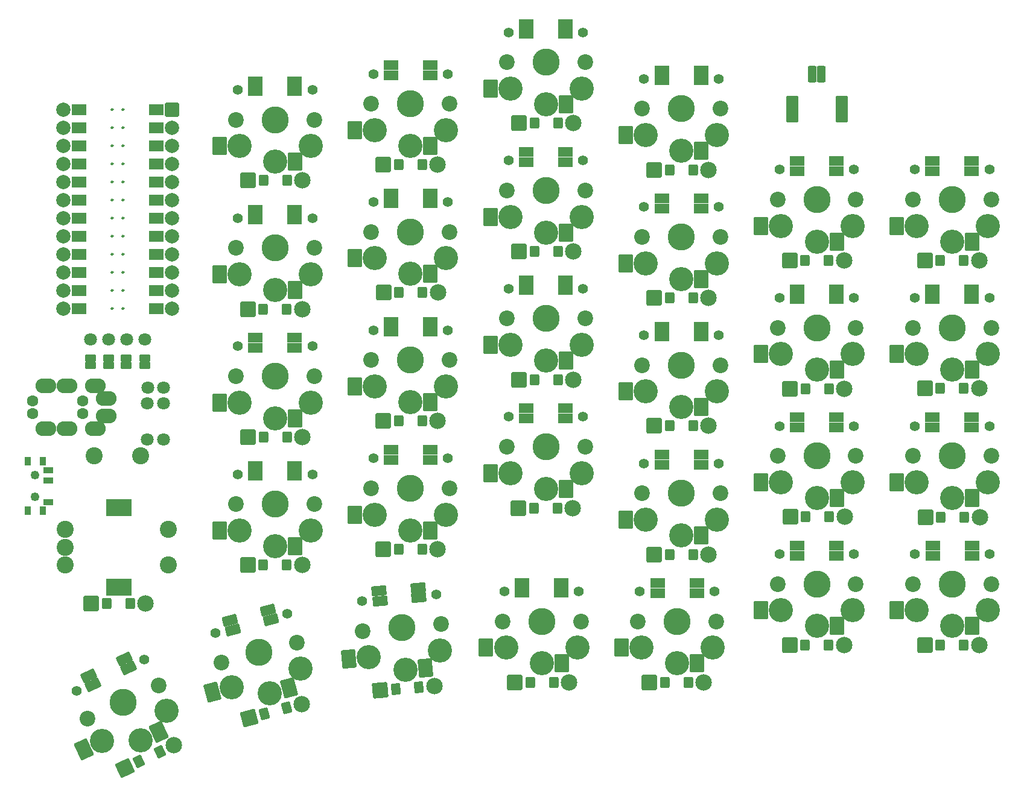
<source format=gbs>
G04 #@! TF.GenerationSoftware,KiCad,Pcbnew,6.0.2+dfsg-1*
G04 #@! TF.CreationDate,2022-08-27T13:38:11+01:00*
G04 #@! TF.ProjectId,Jocket_Split_LP,4a6f636b-6574-45f5-9370-6c69745f4c50,rev?*
G04 #@! TF.SameCoordinates,Original*
G04 #@! TF.FileFunction,Soldermask,Bot*
G04 #@! TF.FilePolarity,Negative*
%FSLAX46Y46*%
G04 Gerber Fmt 4.6, Leading zero omitted, Abs format (unit mm)*
G04 Created by KiCad (PCBNEW 6.0.2+dfsg-1) date 2022-08-27 13:38:11*
%MOMM*%
%LPD*%
G01*
G04 APERTURE LIST*
G04 Aperture macros list*
%AMRoundRect*
0 Rectangle with rounded corners*
0 $1 Rounding radius*
0 $2 $3 $4 $5 $6 $7 $8 $9 X,Y pos of 4 corners*
0 Add a 4 corners polygon primitive as box body*
4,1,4,$2,$3,$4,$5,$6,$7,$8,$9,$2,$3,0*
0 Add four circle primitives for the rounded corners*
1,1,$1+$1,$2,$3*
1,1,$1+$1,$4,$5*
1,1,$1+$1,$6,$7*
1,1,$1+$1,$8,$9*
0 Add four rect primitives between the rounded corners*
20,1,$1+$1,$2,$3,$4,$5,0*
20,1,$1+$1,$4,$5,$6,$7,0*
20,1,$1+$1,$6,$7,$8,$9,0*
20,1,$1+$1,$8,$9,$2,$3,0*%
%AMFreePoly0*
4,1,22,0.686777,0.580194,0.756366,0.524698,0.794986,0.444504,0.800000,0.400000,0.800000,0.200000,0.780194,0.113223,0.741421,0.058579,0.141421,-0.541421,0.066056,-0.588777,-0.022393,-0.598742,-0.106406,-0.569345,-0.141421,-0.541421,-0.741421,0.058579,-0.788777,0.133944,-0.800000,0.200000,-0.800000,0.400000,-0.780194,0.486777,-0.724698,0.556366,-0.644504,0.594986,-0.600000,0.600000,
0.600000,0.600000,0.686777,0.580194,0.686777,0.580194,$1*%
%AMFreePoly1*
4,1,26,0.706406,1.169345,0.769345,1.106406,0.798742,1.022393,0.800000,1.000000,0.800000,-0.250000,0.780194,-0.336777,0.724698,-0.406366,0.644504,-0.444986,0.600000,-0.450000,-0.600000,-0.450000,-0.686777,-0.430194,-0.756366,-0.374698,-0.794986,-0.294504,-0.800000,-0.250000,-0.800000,1.000000,-0.780194,1.086777,-0.724698,1.156366,-0.644504,1.194986,-0.555496,1.194986,-0.475302,1.156366,
-0.458579,1.141421,0.000000,0.682842,0.458579,1.141421,0.533944,1.188777,0.622393,1.198742,0.706406,1.169345,0.706406,1.169345,$1*%
G04 Aperture macros list end*
%ADD10C,0.250000*%
%ADD11C,0.100000*%
%ADD12FreePoly0,270.000000*%
%ADD13C,2.000000*%
%ADD14FreePoly0,90.000000*%
%ADD15RoundRect,0.200000X-0.800000X0.800000X-0.800000X-0.800000X0.800000X-0.800000X0.800000X0.800000X0*%
%ADD16FreePoly1,90.000000*%
%ADD17FreePoly1,270.000000*%
%ADD18C,2.400000*%
%ADD19RoundRect,0.200000X-0.450000X-0.600000X0.450000X-0.600000X0.450000X0.600000X-0.450000X0.600000X0*%
%ADD20RoundRect,0.200000X-0.889000X-0.889000X0.889000X-0.889000X0.889000X0.889000X-0.889000X0.889000X0*%
%ADD21C,2.305000*%
%ADD22RoundRect,0.200000X-0.154268X-0.733963X0.661409X-0.353606X0.154268X0.733963X-0.661409X0.353606X0*%
%ADD23RoundRect,0.200000X-0.430000X-1.181415X1.181415X-0.430000X0.430000X1.181415X-1.181415X0.430000X0*%
%ADD24RoundRect,0.200000X-0.279375X-0.696024X0.589958X-0.463087X0.279375X0.696024X-0.589958X0.463087X0*%
%ADD25RoundRect,0.200000X-0.628618X-1.088798X1.088798X-0.628618X0.628618X1.088798X-1.088798X0.628618X0*%
%ADD26RoundRect,0.200000X-0.395994X-0.636937X0.500581X-0.558497X0.395994X0.636937X-0.500581X0.558497X0*%
%ADD27RoundRect,0.200000X-0.808136X-0.963099X0.963099X-0.808136X0.808136X0.963099X-0.963099X0.808136X0*%
%ADD28C,1.400000*%
%ADD29C,3.400000*%
%ADD30C,2.200000*%
%ADD31C,3.800000*%
%ADD32RoundRect,0.200000X0.850000X0.500000X-0.850000X0.500000X-0.850000X-0.500000X0.850000X-0.500000X0*%
%ADD33RoundRect,0.200000X0.800000X1.100000X-0.800000X1.100000X-0.800000X-1.100000X0.800000X-1.100000X0*%
%ADD34RoundRect,0.200000X0.559052X0.812379X-0.981671X0.093928X-0.559052X-0.812379X0.981671X-0.093928X0*%
%ADD35RoundRect,0.200000X0.260166X1.335033X-1.189926X0.658844X-0.260166X-1.335033X1.189926X-0.658844X0*%
%ADD36RoundRect,0.200000X0.803188X0.572180X-0.890343X0.424015X-0.803188X-0.572180X0.890343X-0.424015X0*%
%ADD37RoundRect,0.200000X0.701084X1.165539X-0.892827X1.026090X-0.701084X-1.165539X0.892827X-1.026090X0*%
%ADD38RoundRect,0.200000X-1.600000X-1.000000X1.600000X-1.000000X1.600000X1.000000X-1.600000X1.000000X0*%
%ADD39RoundRect,0.200000X0.691627X0.702959X-0.950446X0.262967X-0.691627X-0.702959X0.950446X-0.262967X0*%
%ADD40RoundRect,0.200000X0.488040X1.269574X-1.057442X0.855463X-0.488040X-1.269574X1.057442X-0.855463X0*%
%ADD41C,1.797000*%
%ADD42C,1.600000*%
%ADD43O,2.900000X2.100000*%
%ADD44C,1.250000*%
%ADD45RoundRect,0.200000X-0.500000X0.250000X-0.500000X-0.250000X0.500000X-0.250000X0.500000X0.250000X0*%
%ADD46RoundRect,0.200000X0.250000X0.400000X-0.250000X0.400000X-0.250000X-0.400000X0.250000X-0.400000X0*%
%ADD47RoundRect,0.200000X-0.400000X-0.950000X0.400000X-0.950000X0.400000X0.950000X-0.400000X0.950000X0*%
%ADD48RoundRect,0.200000X-0.650000X-1.675000X0.650000X-1.675000X0.650000X1.675000X-0.650000X1.675000X0*%
%ADD49RoundRect,0.200000X-0.571500X0.317500X-0.571500X-0.317500X0.571500X-0.317500X0.571500X0.317500X0*%
G04 APERTURE END LIST*
D10*
X97763000Y-69440000D02*
G75*
G03*
X97763000Y-69440000I-125000J0D01*
G01*
X97763000Y-54200000D02*
G75*
G03*
X97763000Y-54200000I-125000J0D01*
G01*
X97763000Y-59280000D02*
G75*
G03*
X97763000Y-59280000I-125000J0D01*
G01*
X97763000Y-51660000D02*
G75*
G03*
X97763000Y-51660000I-125000J0D01*
G01*
X99287000Y-69440000D02*
G75*
G03*
X99287000Y-69440000I-125000J0D01*
G01*
X99287000Y-54200000D02*
G75*
G03*
X99287000Y-54200000I-125000J0D01*
G01*
X97763000Y-49120000D02*
G75*
G03*
X97763000Y-49120000I-125000J0D01*
G01*
X99287000Y-59280000D02*
G75*
G03*
X99287000Y-59280000I-125000J0D01*
G01*
X99287000Y-51660000D02*
G75*
G03*
X99287000Y-51660000I-125000J0D01*
G01*
X99287000Y-66900000D02*
G75*
G03*
X99287000Y-66900000I-125000J0D01*
G01*
X97763000Y-46580000D02*
G75*
G03*
X97763000Y-46580000I-125000J0D01*
G01*
X99287000Y-64360000D02*
G75*
G03*
X99287000Y-64360000I-125000J0D01*
G01*
X99287000Y-56740000D02*
G75*
G03*
X99287000Y-56740000I-125000J0D01*
G01*
X97763000Y-56740000D02*
G75*
G03*
X97763000Y-56740000I-125000J0D01*
G01*
X99287000Y-74520000D02*
G75*
G03*
X99287000Y-74520000I-125000J0D01*
G01*
X99287000Y-61820000D02*
G75*
G03*
X99287000Y-61820000I-125000J0D01*
G01*
X97763000Y-66900000D02*
G75*
G03*
X97763000Y-66900000I-125000J0D01*
G01*
X97763000Y-64360000D02*
G75*
G03*
X97763000Y-64360000I-125000J0D01*
G01*
X99287000Y-49120000D02*
G75*
G03*
X99287000Y-49120000I-125000J0D01*
G01*
X97763000Y-61820000D02*
G75*
G03*
X97763000Y-61820000I-125000J0D01*
G01*
X99287000Y-46580000D02*
G75*
G03*
X99287000Y-46580000I-125000J0D01*
G01*
X99287000Y-71980000D02*
G75*
G03*
X99287000Y-71980000I-125000J0D01*
G01*
X97763000Y-71980000D02*
G75*
G03*
X97763000Y-71980000I-125000J0D01*
G01*
X97763000Y-74520000D02*
G75*
G03*
X97763000Y-74520000I-125000J0D01*
G01*
D11*
X93320000Y-46072000D02*
X93320000Y-47088000D01*
X93320000Y-47088000D02*
X92304000Y-47088000D01*
X92304000Y-47088000D02*
X92304000Y-46072000D01*
X92304000Y-46072000D02*
X93320000Y-46072000D01*
G36*
X93320000Y-47088000D02*
G01*
X92304000Y-47088000D01*
X92304000Y-46072000D01*
X93320000Y-46072000D01*
X93320000Y-47088000D01*
G37*
X93320000Y-47088000D02*
X92304000Y-47088000D01*
X92304000Y-46072000D01*
X93320000Y-46072000D01*
X93320000Y-47088000D01*
X93320000Y-48612000D02*
X93320000Y-49628000D01*
X93320000Y-49628000D02*
X92304000Y-49628000D01*
X92304000Y-49628000D02*
X92304000Y-48612000D01*
X92304000Y-48612000D02*
X93320000Y-48612000D01*
G36*
X93320000Y-49628000D02*
G01*
X92304000Y-49628000D01*
X92304000Y-48612000D01*
X93320000Y-48612000D01*
X93320000Y-49628000D01*
G37*
X93320000Y-49628000D02*
X92304000Y-49628000D01*
X92304000Y-48612000D01*
X93320000Y-48612000D01*
X93320000Y-49628000D01*
X93320000Y-71472000D02*
X93320000Y-72488000D01*
X93320000Y-72488000D02*
X92304000Y-72488000D01*
X92304000Y-72488000D02*
X92304000Y-71472000D01*
X92304000Y-71472000D02*
X93320000Y-71472000D01*
G36*
X93320000Y-72488000D02*
G01*
X92304000Y-72488000D01*
X92304000Y-71472000D01*
X93320000Y-71472000D01*
X93320000Y-72488000D01*
G37*
X93320000Y-72488000D02*
X92304000Y-72488000D01*
X92304000Y-71472000D01*
X93320000Y-71472000D01*
X93320000Y-72488000D01*
X93320000Y-68932000D02*
X93320000Y-69948000D01*
X93320000Y-69948000D02*
X92304000Y-69948000D01*
X92304000Y-69948000D02*
X92304000Y-68932000D01*
X92304000Y-68932000D02*
X93320000Y-68932000D01*
G36*
X93320000Y-69948000D02*
G01*
X92304000Y-69948000D01*
X92304000Y-68932000D01*
X93320000Y-68932000D01*
X93320000Y-69948000D01*
G37*
X93320000Y-69948000D02*
X92304000Y-69948000D01*
X92304000Y-68932000D01*
X93320000Y-68932000D01*
X93320000Y-69948000D01*
X103480000Y-47088000D02*
X103480000Y-46072000D01*
X103480000Y-46072000D02*
X104496000Y-46072000D01*
X104496000Y-46072000D02*
X104496000Y-47088000D01*
X104496000Y-47088000D02*
X103480000Y-47088000D01*
G36*
X104496000Y-47088000D02*
G01*
X103480000Y-47088000D01*
X103480000Y-46072000D01*
X104496000Y-46072000D01*
X104496000Y-47088000D01*
G37*
X104496000Y-47088000D02*
X103480000Y-47088000D01*
X103480000Y-46072000D01*
X104496000Y-46072000D01*
X104496000Y-47088000D01*
X103480000Y-72488000D02*
X103480000Y-71472000D01*
X103480000Y-71472000D02*
X104496000Y-71472000D01*
X104496000Y-71472000D02*
X104496000Y-72488000D01*
X104496000Y-72488000D02*
X103480000Y-72488000D01*
G36*
X104496000Y-72488000D02*
G01*
X103480000Y-72488000D01*
X103480000Y-71472000D01*
X104496000Y-71472000D01*
X104496000Y-72488000D01*
G37*
X104496000Y-72488000D02*
X103480000Y-72488000D01*
X103480000Y-71472000D01*
X104496000Y-71472000D01*
X104496000Y-72488000D01*
X103480000Y-67408000D02*
X103480000Y-66392000D01*
X103480000Y-66392000D02*
X104496000Y-66392000D01*
X104496000Y-66392000D02*
X104496000Y-67408000D01*
X104496000Y-67408000D02*
X103480000Y-67408000D01*
G36*
X104496000Y-67408000D02*
G01*
X103480000Y-67408000D01*
X103480000Y-66392000D01*
X104496000Y-66392000D01*
X104496000Y-67408000D01*
G37*
X104496000Y-67408000D02*
X103480000Y-67408000D01*
X103480000Y-66392000D01*
X104496000Y-66392000D01*
X104496000Y-67408000D01*
X93320000Y-66392000D02*
X93320000Y-67408000D01*
X93320000Y-67408000D02*
X92304000Y-67408000D01*
X92304000Y-67408000D02*
X92304000Y-66392000D01*
X92304000Y-66392000D02*
X93320000Y-66392000D01*
G36*
X93320000Y-67408000D02*
G01*
X92304000Y-67408000D01*
X92304000Y-66392000D01*
X93320000Y-66392000D01*
X93320000Y-67408000D01*
G37*
X93320000Y-67408000D02*
X92304000Y-67408000D01*
X92304000Y-66392000D01*
X93320000Y-66392000D01*
X93320000Y-67408000D01*
X103480000Y-59788000D02*
X103480000Y-58772000D01*
X103480000Y-58772000D02*
X104496000Y-58772000D01*
X104496000Y-58772000D02*
X104496000Y-59788000D01*
X104496000Y-59788000D02*
X103480000Y-59788000D01*
G36*
X104496000Y-59788000D02*
G01*
X103480000Y-59788000D01*
X103480000Y-58772000D01*
X104496000Y-58772000D01*
X104496000Y-59788000D01*
G37*
X104496000Y-59788000D02*
X103480000Y-59788000D01*
X103480000Y-58772000D01*
X104496000Y-58772000D01*
X104496000Y-59788000D01*
X103480000Y-64868000D02*
X103480000Y-63852000D01*
X103480000Y-63852000D02*
X104496000Y-63852000D01*
X104496000Y-63852000D02*
X104496000Y-64868000D01*
X104496000Y-64868000D02*
X103480000Y-64868000D01*
G36*
X104496000Y-64868000D02*
G01*
X103480000Y-64868000D01*
X103480000Y-63852000D01*
X104496000Y-63852000D01*
X104496000Y-64868000D01*
G37*
X104496000Y-64868000D02*
X103480000Y-64868000D01*
X103480000Y-63852000D01*
X104496000Y-63852000D01*
X104496000Y-64868000D01*
X93320000Y-56232000D02*
X93320000Y-57248000D01*
X93320000Y-57248000D02*
X92304000Y-57248000D01*
X92304000Y-57248000D02*
X92304000Y-56232000D01*
X92304000Y-56232000D02*
X93320000Y-56232000D01*
G36*
X93320000Y-57248000D02*
G01*
X92304000Y-57248000D01*
X92304000Y-56232000D01*
X93320000Y-56232000D01*
X93320000Y-57248000D01*
G37*
X93320000Y-57248000D02*
X92304000Y-57248000D01*
X92304000Y-56232000D01*
X93320000Y-56232000D01*
X93320000Y-57248000D01*
X103480000Y-69948000D02*
X103480000Y-68932000D01*
X103480000Y-68932000D02*
X104496000Y-68932000D01*
X104496000Y-68932000D02*
X104496000Y-69948000D01*
X104496000Y-69948000D02*
X103480000Y-69948000D01*
G36*
X104496000Y-69948000D02*
G01*
X103480000Y-69948000D01*
X103480000Y-68932000D01*
X104496000Y-68932000D01*
X104496000Y-69948000D01*
G37*
X104496000Y-69948000D02*
X103480000Y-69948000D01*
X103480000Y-68932000D01*
X104496000Y-68932000D01*
X104496000Y-69948000D01*
X93320000Y-58772000D02*
X93320000Y-59788000D01*
X93320000Y-59788000D02*
X92304000Y-59788000D01*
X92304000Y-59788000D02*
X92304000Y-58772000D01*
X92304000Y-58772000D02*
X93320000Y-58772000D01*
G36*
X93320000Y-59788000D02*
G01*
X92304000Y-59788000D01*
X92304000Y-58772000D01*
X93320000Y-58772000D01*
X93320000Y-59788000D01*
G37*
X93320000Y-59788000D02*
X92304000Y-59788000D01*
X92304000Y-58772000D01*
X93320000Y-58772000D01*
X93320000Y-59788000D01*
X103480000Y-54708000D02*
X103480000Y-53692000D01*
X103480000Y-53692000D02*
X104496000Y-53692000D01*
X104496000Y-53692000D02*
X104496000Y-54708000D01*
X104496000Y-54708000D02*
X103480000Y-54708000D01*
G36*
X104496000Y-54708000D02*
G01*
X103480000Y-54708000D01*
X103480000Y-53692000D01*
X104496000Y-53692000D01*
X104496000Y-54708000D01*
G37*
X104496000Y-54708000D02*
X103480000Y-54708000D01*
X103480000Y-53692000D01*
X104496000Y-53692000D01*
X104496000Y-54708000D01*
X93320000Y-61312000D02*
X93320000Y-62328000D01*
X93320000Y-62328000D02*
X92304000Y-62328000D01*
X92304000Y-62328000D02*
X92304000Y-61312000D01*
X92304000Y-61312000D02*
X93320000Y-61312000D01*
G36*
X93320000Y-62328000D02*
G01*
X92304000Y-62328000D01*
X92304000Y-61312000D01*
X93320000Y-61312000D01*
X93320000Y-62328000D01*
G37*
X93320000Y-62328000D02*
X92304000Y-62328000D01*
X92304000Y-61312000D01*
X93320000Y-61312000D01*
X93320000Y-62328000D01*
X103480000Y-52168000D02*
X103480000Y-51152000D01*
X103480000Y-51152000D02*
X104496000Y-51152000D01*
X104496000Y-51152000D02*
X104496000Y-52168000D01*
X104496000Y-52168000D02*
X103480000Y-52168000D01*
G36*
X104496000Y-52168000D02*
G01*
X103480000Y-52168000D01*
X103480000Y-51152000D01*
X104496000Y-51152000D01*
X104496000Y-52168000D01*
G37*
X104496000Y-52168000D02*
X103480000Y-52168000D01*
X103480000Y-51152000D01*
X104496000Y-51152000D01*
X104496000Y-52168000D01*
X103480000Y-57248000D02*
X103480000Y-56232000D01*
X103480000Y-56232000D02*
X104496000Y-56232000D01*
X104496000Y-56232000D02*
X104496000Y-57248000D01*
X104496000Y-57248000D02*
X103480000Y-57248000D01*
G36*
X104496000Y-57248000D02*
G01*
X103480000Y-57248000D01*
X103480000Y-56232000D01*
X104496000Y-56232000D01*
X104496000Y-57248000D01*
G37*
X104496000Y-57248000D02*
X103480000Y-57248000D01*
X103480000Y-56232000D01*
X104496000Y-56232000D01*
X104496000Y-57248000D01*
X93320000Y-51152000D02*
X93320000Y-52168000D01*
X93320000Y-52168000D02*
X92304000Y-52168000D01*
X92304000Y-52168000D02*
X92304000Y-51152000D01*
X92304000Y-51152000D02*
X93320000Y-51152000D01*
G36*
X93320000Y-52168000D02*
G01*
X92304000Y-52168000D01*
X92304000Y-51152000D01*
X93320000Y-51152000D01*
X93320000Y-52168000D01*
G37*
X93320000Y-52168000D02*
X92304000Y-52168000D01*
X92304000Y-51152000D01*
X93320000Y-51152000D01*
X93320000Y-52168000D01*
X103480000Y-49628000D02*
X103480000Y-48612000D01*
X103480000Y-48612000D02*
X104496000Y-48612000D01*
X104496000Y-48612000D02*
X104496000Y-49628000D01*
X104496000Y-49628000D02*
X103480000Y-49628000D01*
G36*
X104496000Y-49628000D02*
G01*
X103480000Y-49628000D01*
X103480000Y-48612000D01*
X104496000Y-48612000D01*
X104496000Y-49628000D01*
G37*
X104496000Y-49628000D02*
X103480000Y-49628000D01*
X103480000Y-48612000D01*
X104496000Y-48612000D01*
X104496000Y-49628000D01*
X93320000Y-53692000D02*
X93320000Y-54708000D01*
X93320000Y-54708000D02*
X92304000Y-54708000D01*
X92304000Y-54708000D02*
X92304000Y-53692000D01*
X92304000Y-53692000D02*
X93320000Y-53692000D01*
G36*
X93320000Y-54708000D02*
G01*
X92304000Y-54708000D01*
X92304000Y-53692000D01*
X93320000Y-53692000D01*
X93320000Y-54708000D01*
G37*
X93320000Y-54708000D02*
X92304000Y-54708000D01*
X92304000Y-53692000D01*
X93320000Y-53692000D01*
X93320000Y-54708000D01*
X103480000Y-75028000D02*
X103480000Y-74012000D01*
X103480000Y-74012000D02*
X104496000Y-74012000D01*
X104496000Y-74012000D02*
X104496000Y-75028000D01*
X104496000Y-75028000D02*
X103480000Y-75028000D01*
G36*
X104496000Y-75028000D02*
G01*
X103480000Y-75028000D01*
X103480000Y-74012000D01*
X104496000Y-74012000D01*
X104496000Y-75028000D01*
G37*
X104496000Y-75028000D02*
X103480000Y-75028000D01*
X103480000Y-74012000D01*
X104496000Y-74012000D01*
X104496000Y-75028000D01*
X93320000Y-74012000D02*
X93320000Y-75028000D01*
X93320000Y-75028000D02*
X92304000Y-75028000D01*
X92304000Y-75028000D02*
X92304000Y-74012000D01*
X92304000Y-74012000D02*
X93320000Y-74012000D01*
G36*
X93320000Y-75028000D02*
G01*
X92304000Y-75028000D01*
X92304000Y-74012000D01*
X93320000Y-74012000D01*
X93320000Y-75028000D01*
G37*
X93320000Y-75028000D02*
X92304000Y-75028000D01*
X92304000Y-74012000D01*
X93320000Y-74012000D01*
X93320000Y-75028000D01*
X103480000Y-62328000D02*
X103480000Y-61312000D01*
X103480000Y-61312000D02*
X104496000Y-61312000D01*
X104496000Y-61312000D02*
X104496000Y-62328000D01*
X104496000Y-62328000D02*
X103480000Y-62328000D01*
G36*
X104496000Y-62328000D02*
G01*
X103480000Y-62328000D01*
X103480000Y-61312000D01*
X104496000Y-61312000D01*
X104496000Y-62328000D01*
G37*
X104496000Y-62328000D02*
X103480000Y-62328000D01*
X103480000Y-61312000D01*
X104496000Y-61312000D01*
X104496000Y-62328000D01*
X93320000Y-63852000D02*
X93320000Y-64868000D01*
X93320000Y-64868000D02*
X92304000Y-64868000D01*
X92304000Y-64868000D02*
X92304000Y-63852000D01*
X92304000Y-63852000D02*
X93320000Y-63852000D01*
G36*
X93320000Y-64868000D02*
G01*
X92304000Y-64868000D01*
X92304000Y-63852000D01*
X93320000Y-63852000D01*
X93320000Y-64868000D01*
G37*
X93320000Y-64868000D02*
X92304000Y-64868000D01*
X92304000Y-63852000D01*
X93320000Y-63852000D01*
X93320000Y-64868000D01*
D12*
X104242000Y-74520000D03*
D13*
X106020000Y-66900000D03*
D14*
X92558000Y-69440000D03*
D12*
X104242000Y-49120000D03*
D13*
X106020000Y-64360000D03*
X106020000Y-46580000D03*
X90780000Y-74520000D03*
D12*
X104242000Y-56740000D03*
D13*
X106020000Y-54200000D03*
X90780000Y-54200000D03*
X106020000Y-56740000D03*
D14*
X92558000Y-49120000D03*
D13*
X106020000Y-59280000D03*
D14*
X92558000Y-56740000D03*
X92558000Y-74520000D03*
D12*
X104242000Y-61820000D03*
D14*
X92558000Y-59280000D03*
D13*
X90780000Y-71980000D03*
D14*
X92558000Y-51660000D03*
D13*
X106020000Y-74520000D03*
D12*
X104242000Y-59280000D03*
D13*
X106020000Y-69440000D03*
X90780000Y-64360000D03*
X90780000Y-61820000D03*
D12*
X104242000Y-51660000D03*
D14*
X92558000Y-54200000D03*
X92558000Y-61820000D03*
D13*
X106020000Y-61820000D03*
D14*
X92558000Y-71980000D03*
X92558000Y-64360000D03*
D13*
X90780000Y-59280000D03*
D12*
X104242000Y-66900000D03*
X104242000Y-69440000D03*
X104242000Y-46580000D03*
D13*
X90780000Y-51660000D03*
X106020000Y-51660000D03*
X106020000Y-49120000D03*
X90780000Y-56740000D03*
D14*
X92558000Y-66900000D03*
X92558000Y-46580000D03*
D13*
X90780000Y-69440000D03*
X90780000Y-46580000D03*
X106020000Y-71980000D03*
D12*
X104242000Y-71980000D03*
X104242000Y-54200000D03*
D13*
X90780000Y-49120000D03*
D12*
X104242000Y-64360000D03*
D15*
X106020000Y-46580000D03*
D13*
X90780000Y-66900000D03*
D16*
X93574000Y-46580000D03*
X93574000Y-49120000D03*
X93574000Y-51660000D03*
X93574000Y-54200000D03*
X93574000Y-56740000D03*
X93574000Y-59280000D03*
X93574000Y-61820000D03*
X93574000Y-64360000D03*
X93574000Y-66900000D03*
X93574000Y-69440000D03*
X93574000Y-71980000D03*
X93574000Y-74520000D03*
D17*
X103226000Y-74520000D03*
X103226000Y-71980000D03*
X103226000Y-69440000D03*
X103226000Y-66900000D03*
X103226000Y-64360000D03*
X103226000Y-61820000D03*
X103226000Y-59280000D03*
X103226000Y-56740000D03*
X103226000Y-54200000D03*
X103226000Y-51660000D03*
X103226000Y-49120000D03*
X103226000Y-46580000D03*
D18*
X101650000Y-95175000D03*
X95150000Y-95175000D03*
D19*
X118900000Y-56550000D03*
D20*
X116740000Y-56550000D03*
D19*
X122200000Y-56550000D03*
D21*
X124360000Y-56550000D03*
D20*
X135690000Y-54350000D03*
D19*
X137850000Y-54350000D03*
X141150000Y-54350000D03*
D21*
X143310000Y-54350000D03*
D20*
X154740000Y-48500000D03*
D19*
X156900000Y-48500000D03*
X160200000Y-48500000D03*
D21*
X162360000Y-48500000D03*
D19*
X175850000Y-55050000D03*
D20*
X173690000Y-55050000D03*
D21*
X181310000Y-55050000D03*
D19*
X179150000Y-55050000D03*
X194850000Y-67800000D03*
D20*
X192690000Y-67800000D03*
D19*
X198150000Y-67800000D03*
D21*
X200310000Y-67800000D03*
D20*
X211690000Y-67800000D03*
D19*
X213850000Y-67800000D03*
D21*
X219310000Y-67800000D03*
D19*
X217150000Y-67800000D03*
D20*
X116690000Y-74650000D03*
D19*
X118850000Y-74650000D03*
D21*
X124310000Y-74650000D03*
D19*
X122150000Y-74650000D03*
D20*
X135740000Y-72300000D03*
D19*
X137900000Y-72300000D03*
X141200000Y-72300000D03*
D21*
X143360000Y-72300000D03*
D19*
X156900000Y-66500000D03*
D20*
X154740000Y-66500000D03*
D19*
X160200000Y-66500000D03*
D21*
X162360000Y-66500000D03*
D20*
X173690000Y-73000000D03*
D19*
X175850000Y-73000000D03*
X179150000Y-73000000D03*
D21*
X181310000Y-73000000D03*
D20*
X192740000Y-85800000D03*
D19*
X194900000Y-85800000D03*
D21*
X200360000Y-85800000D03*
D19*
X198200000Y-85800000D03*
X213850000Y-85750000D03*
D20*
X211690000Y-85750000D03*
D19*
X217150000Y-85750000D03*
D21*
X219310000Y-85750000D03*
D19*
X118900000Y-92600000D03*
D20*
X116740000Y-92600000D03*
D19*
X122200000Y-92600000D03*
D21*
X124360000Y-92600000D03*
D20*
X135690000Y-90300000D03*
D19*
X137850000Y-90300000D03*
X141150000Y-90300000D03*
D21*
X143310000Y-90300000D03*
D19*
X156900000Y-84500000D03*
D20*
X154740000Y-84500000D03*
D19*
X160200000Y-84500000D03*
D21*
X162360000Y-84500000D03*
D20*
X173690000Y-91000000D03*
D19*
X175850000Y-91000000D03*
D21*
X181310000Y-91000000D03*
D19*
X179150000Y-91000000D03*
X194950000Y-103750000D03*
D20*
X192790000Y-103750000D03*
D19*
X198250000Y-103750000D03*
D21*
X200410000Y-103750000D03*
D19*
X213900000Y-103800000D03*
D20*
X211740000Y-103800000D03*
D19*
X217200000Y-103800000D03*
D21*
X219360000Y-103800000D03*
D20*
X116690000Y-110550000D03*
D19*
X118850000Y-110550000D03*
X122150000Y-110550000D03*
D21*
X124310000Y-110550000D03*
D19*
X137850000Y-108350000D03*
D20*
X135690000Y-108350000D03*
D19*
X141150000Y-108350000D03*
D21*
X143310000Y-108350000D03*
D19*
X156800000Y-102550000D03*
D20*
X154640000Y-102550000D03*
D21*
X162260000Y-102550000D03*
D19*
X160100000Y-102550000D03*
X175850000Y-109050000D03*
D20*
X173690000Y-109050000D03*
D21*
X181310000Y-109050000D03*
D19*
X179150000Y-109050000D03*
X194850000Y-121750000D03*
D20*
X192690000Y-121750000D03*
D21*
X200310000Y-121750000D03*
D19*
X198150000Y-121750000D03*
X213850000Y-121750000D03*
D20*
X211690000Y-121750000D03*
D19*
X217150000Y-121750000D03*
D21*
X219310000Y-121750000D03*
D20*
X94729121Y-115974163D03*
D19*
X96889121Y-115974163D03*
D21*
X102349121Y-115974163D03*
D19*
X100189121Y-115974163D03*
D22*
X101354592Y-138166320D03*
D23*
X99396967Y-139079176D03*
D21*
X106303033Y-135858824D03*
D22*
X104345408Y-136771680D03*
D24*
X118960592Y-131463426D03*
D25*
X116874193Y-132022476D03*
D21*
X124234547Y-130050274D03*
D24*
X122148148Y-130609324D03*
D26*
X137404320Y-127987974D03*
D27*
X135252539Y-128176230D03*
D26*
X140691762Y-127700360D03*
D21*
X142843543Y-127512104D03*
D20*
X154140000Y-127000000D03*
D19*
X156300000Y-127000000D03*
D21*
X161760000Y-127000000D03*
D19*
X159600000Y-127000000D03*
D28*
X125720000Y-43819500D03*
D29*
X120500000Y-53919500D03*
D30*
X126000000Y-48019500D03*
X115000000Y-48019500D03*
D29*
X115500000Y-51719500D03*
D28*
X115280000Y-43819500D03*
D31*
X120500000Y-48019500D03*
D29*
X125500000Y-51719500D03*
D32*
X117750000Y-42620500D03*
X117750000Y-44020500D03*
X123250000Y-44020500D03*
X123250000Y-42620500D03*
D33*
X123300000Y-53919500D03*
X112700000Y-51719500D03*
D31*
X139500000Y-45769500D03*
D30*
X134000000Y-45769500D03*
D29*
X144500000Y-49469500D03*
D28*
X134280000Y-41569500D03*
D29*
X139500000Y-51669500D03*
D30*
X145000000Y-45769500D03*
D28*
X144720000Y-41569500D03*
D29*
X134500000Y-49469500D03*
D32*
X136750000Y-40370500D03*
X136750000Y-41770500D03*
X142250000Y-41770500D03*
X142250000Y-40370500D03*
D33*
X142300000Y-51669500D03*
X131700000Y-49469500D03*
D30*
X164000000Y-39950000D03*
D28*
X153280000Y-35750000D03*
D30*
X153000000Y-39950000D03*
D29*
X163500000Y-43650000D03*
X153500000Y-43650000D03*
D28*
X163720000Y-35750000D03*
D31*
X158500000Y-39950000D03*
D29*
X158500000Y-45850000D03*
D32*
X155750000Y-34551000D03*
X155750000Y-35951000D03*
X161250000Y-35951000D03*
X161250000Y-34551000D03*
D33*
X161300000Y-45850000D03*
X150700000Y-43650000D03*
D28*
X182720000Y-42269500D03*
D29*
X172500000Y-50169500D03*
D28*
X172280000Y-42269500D03*
D30*
X172000000Y-46469500D03*
X183000000Y-46469500D03*
D31*
X177500000Y-46469500D03*
D29*
X182500000Y-50169500D03*
X177500000Y-52369500D03*
D32*
X174750000Y-41070500D03*
X174750000Y-42470500D03*
X180250000Y-42470500D03*
X180250000Y-41070500D03*
D33*
X180300000Y-52369500D03*
X169700000Y-50169500D03*
D28*
X201720000Y-55019500D03*
X191280000Y-55019500D03*
D30*
X191000000Y-59219500D03*
X202000000Y-59219500D03*
D29*
X201500000Y-62919500D03*
X196500000Y-65119500D03*
X191500000Y-62919500D03*
D31*
X196500000Y-59219500D03*
D32*
X193750000Y-53820500D03*
X193750000Y-55220500D03*
X199250000Y-55220500D03*
X199250000Y-53820500D03*
D33*
X199300000Y-65119500D03*
X188700000Y-62919500D03*
D28*
X115280000Y-61819500D03*
D30*
X126000000Y-66019500D03*
D28*
X125720000Y-61819500D03*
D31*
X120500000Y-66019500D03*
D30*
X115000000Y-66019500D03*
D29*
X115500000Y-69719500D03*
X120500000Y-71919500D03*
X125500000Y-69719500D03*
D32*
X117750000Y-60620500D03*
X117750000Y-62020500D03*
X123250000Y-62020500D03*
X123250000Y-60620500D03*
D33*
X123300000Y-71919500D03*
X112700000Y-69719500D03*
D29*
X139500000Y-69669500D03*
D30*
X145000000Y-63769500D03*
D29*
X144500000Y-67469500D03*
X134500000Y-67469500D03*
D31*
X139500000Y-63769500D03*
D28*
X134280000Y-59569500D03*
D30*
X134000000Y-63769500D03*
D28*
X144720000Y-59569500D03*
D32*
X136750000Y-58370500D03*
X136750000Y-59770500D03*
X142250000Y-59770500D03*
X142250000Y-58370500D03*
D33*
X142300000Y-69669500D03*
X131700000Y-67469500D03*
D30*
X164000000Y-57940000D03*
D28*
X163720000Y-53740000D03*
D31*
X158500000Y-57940000D03*
D28*
X153280000Y-53740000D03*
D30*
X153000000Y-57940000D03*
D29*
X158500000Y-63840000D03*
X163500000Y-61640000D03*
X153500000Y-61640000D03*
D32*
X155750000Y-52541000D03*
X155750000Y-53941000D03*
X161250000Y-53941000D03*
X161250000Y-52541000D03*
D33*
X161300000Y-63840000D03*
X150700000Y-61640000D03*
D28*
X172280000Y-60269500D03*
X182720000Y-60269500D03*
D30*
X172000000Y-64469500D03*
D29*
X172500000Y-68169500D03*
X182500000Y-68169500D03*
X177500000Y-70369500D03*
D31*
X177500000Y-64469500D03*
D30*
X183000000Y-64469500D03*
D32*
X174750000Y-59070500D03*
X174750000Y-60470500D03*
X180250000Y-60470500D03*
X180250000Y-59070500D03*
D33*
X180300000Y-70369500D03*
X169700000Y-68169500D03*
D30*
X191000000Y-77219500D03*
X202000000Y-77219500D03*
D29*
X196500000Y-83119500D03*
X201500000Y-80919500D03*
D31*
X196500000Y-77219500D03*
D28*
X191280000Y-73019500D03*
X201720000Y-73019500D03*
D29*
X191500000Y-80919500D03*
D32*
X193750000Y-71820500D03*
X193750000Y-73220500D03*
X199250000Y-73220500D03*
X199250000Y-71820500D03*
D33*
X199300000Y-83119500D03*
X188700000Y-80919500D03*
D30*
X210000000Y-77219500D03*
D29*
X210500000Y-80919500D03*
X220500000Y-80919500D03*
X215500000Y-83119500D03*
D28*
X220720000Y-73019500D03*
X210280000Y-73019500D03*
D31*
X215500000Y-77219500D03*
D30*
X221000000Y-77219500D03*
D32*
X212750000Y-71820500D03*
X212750000Y-73220500D03*
X218250000Y-73220500D03*
X218250000Y-71820500D03*
D33*
X218300000Y-83119500D03*
X207700000Y-80919500D03*
D28*
X115280000Y-79819500D03*
D31*
X120500000Y-84019500D03*
D30*
X126000000Y-84019500D03*
X115000000Y-84019500D03*
D29*
X120500000Y-89919500D03*
X125500000Y-87719500D03*
D28*
X125720000Y-79819500D03*
D29*
X115500000Y-87719500D03*
D32*
X117750000Y-78620500D03*
X117750000Y-80020500D03*
X123250000Y-80020500D03*
X123250000Y-78620500D03*
D33*
X123300000Y-89919500D03*
X112700000Y-87719500D03*
D31*
X139500000Y-81769500D03*
D28*
X144720000Y-77569500D03*
D29*
X134500000Y-85469500D03*
X144500000Y-85469500D03*
D28*
X134280000Y-77569500D03*
D29*
X139500000Y-87669500D03*
D30*
X145000000Y-81769500D03*
X134000000Y-81769500D03*
D32*
X136750000Y-76370500D03*
X136750000Y-77770500D03*
X142250000Y-77770500D03*
X142250000Y-76370500D03*
D33*
X142300000Y-87669500D03*
X131700000Y-85469500D03*
D29*
X153500000Y-79640000D03*
D28*
X163720000Y-71740000D03*
D30*
X153000000Y-75940000D03*
D29*
X163500000Y-79640000D03*
D31*
X158500000Y-75940000D03*
D28*
X153280000Y-71740000D03*
D29*
X158500000Y-81840000D03*
D30*
X164000000Y-75940000D03*
D32*
X155750000Y-70541000D03*
X155750000Y-71941000D03*
X161250000Y-71941000D03*
X161250000Y-70541000D03*
D33*
X161300000Y-81840000D03*
X150700000Y-79640000D03*
D28*
X182720000Y-78269500D03*
D29*
X172500000Y-86169500D03*
D28*
X172280000Y-78269500D03*
D30*
X183000000Y-82469500D03*
D29*
X182500000Y-86169500D03*
D31*
X177500000Y-82469500D03*
D30*
X172000000Y-82469500D03*
D29*
X177500000Y-88369500D03*
D32*
X174750000Y-77070500D03*
X174750000Y-78470500D03*
X180250000Y-78470500D03*
X180250000Y-77070500D03*
D33*
X180300000Y-88369500D03*
X169700000Y-86169500D03*
D30*
X202000000Y-95219500D03*
D31*
X196500000Y-95219500D03*
D29*
X191500000Y-98919500D03*
D30*
X191000000Y-95219500D03*
D29*
X201500000Y-98919500D03*
D28*
X201720000Y-91019500D03*
D29*
X196500000Y-101119500D03*
D28*
X191280000Y-91019500D03*
D32*
X193750000Y-89820500D03*
X193750000Y-91220500D03*
X199250000Y-91220500D03*
X199250000Y-89820500D03*
D33*
X199300000Y-101119500D03*
X188700000Y-98919500D03*
D29*
X220500000Y-98919500D03*
D28*
X210280000Y-91019500D03*
D29*
X210500000Y-98919500D03*
D28*
X220720000Y-91019500D03*
D29*
X215500000Y-101119500D03*
D31*
X215500000Y-95219500D03*
D30*
X210000000Y-95219500D03*
X221000000Y-95219500D03*
D32*
X212750000Y-89820500D03*
X212750000Y-91220500D03*
X218250000Y-91220500D03*
X218250000Y-89820500D03*
D33*
X218300000Y-101119500D03*
X207700000Y-98919500D03*
D29*
X125500000Y-105719500D03*
D30*
X126000000Y-102019500D03*
D29*
X120500000Y-107919500D03*
X115500000Y-105719500D03*
D31*
X120500000Y-102019500D03*
D28*
X115280000Y-97819500D03*
X125720000Y-97819500D03*
D30*
X115000000Y-102019500D03*
D32*
X117750000Y-96620500D03*
X117750000Y-98020500D03*
X123250000Y-98020500D03*
X123250000Y-96620500D03*
D33*
X123300000Y-107919500D03*
X112700000Y-105719500D03*
D30*
X134000000Y-99769500D03*
D28*
X144720000Y-95569500D03*
D29*
X144500000Y-103469500D03*
X139500000Y-105669500D03*
X134500000Y-103469500D03*
D31*
X139500000Y-99769500D03*
D28*
X134280000Y-95569500D03*
D30*
X145000000Y-99769500D03*
D32*
X136750000Y-94370500D03*
X136750000Y-95770500D03*
X142250000Y-95770500D03*
X142250000Y-94370500D03*
D33*
X142300000Y-105669500D03*
X131700000Y-103469500D03*
D29*
X153500000Y-97640000D03*
D28*
X163720000Y-89740000D03*
D29*
X163500000Y-97640000D03*
D30*
X153000000Y-93940000D03*
D29*
X158500000Y-99840000D03*
D30*
X164000000Y-93940000D03*
D28*
X153280000Y-89740000D03*
D31*
X158500000Y-93940000D03*
D32*
X155750000Y-88541000D03*
X155750000Y-89941000D03*
X161250000Y-89941000D03*
X161250000Y-88541000D03*
D33*
X161300000Y-99840000D03*
X150700000Y-97640000D03*
D31*
X177500000Y-100469500D03*
D29*
X172500000Y-104169500D03*
D28*
X182720000Y-96269500D03*
D30*
X172000000Y-100469500D03*
D29*
X177500000Y-106369500D03*
D30*
X183000000Y-100469500D03*
D29*
X182500000Y-104169500D03*
D28*
X172280000Y-96269500D03*
D32*
X174750000Y-95070500D03*
X174750000Y-96470500D03*
X180250000Y-96470500D03*
X180250000Y-95070500D03*
D33*
X180300000Y-106369500D03*
X169700000Y-104169500D03*
D29*
X191500000Y-116919500D03*
D31*
X196500000Y-113219500D03*
D29*
X201500000Y-116919500D03*
D28*
X191280000Y-109019500D03*
X201720000Y-109019500D03*
D29*
X196500000Y-119119500D03*
D30*
X202000000Y-113219500D03*
X191000000Y-113219500D03*
D32*
X193750000Y-107820500D03*
X193750000Y-109220500D03*
X199250000Y-109220500D03*
X199250000Y-107820500D03*
D33*
X199300000Y-119119500D03*
X188700000Y-116919500D03*
D28*
X210292493Y-109019500D03*
D29*
X210512493Y-116919500D03*
D30*
X210012493Y-113219500D03*
D28*
X220732493Y-109019500D03*
D31*
X215512493Y-113219500D03*
D30*
X221012493Y-113219500D03*
D29*
X220512493Y-116919500D03*
X215512493Y-119119500D03*
D32*
X212762493Y-107820500D03*
X212762493Y-109220500D03*
X218262493Y-109220500D03*
X218262493Y-107820500D03*
D33*
X218312493Y-119119500D03*
X207712493Y-116919500D03*
D29*
X101642682Y-135166181D03*
D28*
X92643311Y-128218540D03*
X102105164Y-123806405D03*
D30*
X94164541Y-132143365D03*
X104133927Y-127494565D03*
D29*
X96181383Y-135285395D03*
D31*
X99149234Y-129818965D03*
D29*
X105244461Y-131059213D03*
D34*
X94375172Y-126088009D03*
X94966837Y-127356840D03*
X99951530Y-125032440D03*
X99359864Y-123763609D03*
D35*
X104180344Y-133982850D03*
X93643721Y-136468726D03*
D30*
X132818970Y-119823524D03*
D31*
X138298041Y-119344167D03*
D29*
X138812260Y-125221716D03*
X133639544Y-123465866D03*
D28*
X132731851Y-115615102D03*
X143132123Y-114705196D03*
D29*
X143601491Y-122594309D03*
D30*
X143777112Y-118864810D03*
D36*
X135087952Y-114205390D03*
X135209970Y-115600063D03*
X140689041Y-115120706D03*
X140567023Y-113726034D03*
D37*
X141601605Y-124977680D03*
X130850199Y-123709902D03*
D28*
X163120000Y-114259500D03*
D31*
X157900000Y-118459500D03*
D29*
X157900000Y-124359500D03*
X152900000Y-122159500D03*
D30*
X152400000Y-118459500D03*
D29*
X162900000Y-122159500D03*
D28*
X152680000Y-114259500D03*
D30*
X163400000Y-118459500D03*
D32*
X155150000Y-113060500D03*
X155150000Y-114460500D03*
X160650000Y-114460500D03*
X160650000Y-113060500D03*
D33*
X160700000Y-124359500D03*
X150100000Y-122159500D03*
D19*
X175200000Y-127000000D03*
D20*
X173040000Y-127000000D03*
D21*
X180660000Y-127000000D03*
D19*
X178500000Y-127000000D03*
D18*
X91050000Y-105550000D03*
X91050000Y-110550000D03*
X91050000Y-108050000D03*
D38*
X98550000Y-102450000D03*
X98550000Y-113650000D03*
D18*
X105550000Y-110550000D03*
X105550000Y-105550000D03*
D28*
X171680000Y-114269500D03*
D29*
X176900000Y-124369500D03*
D28*
X182120000Y-114269500D03*
D29*
X181900000Y-122169500D03*
X171900000Y-122169500D03*
D30*
X171400000Y-118469500D03*
D31*
X176900000Y-118469500D03*
D30*
X182400000Y-118469500D03*
D32*
X174150000Y-113070500D03*
X174150000Y-114470500D03*
X179650000Y-114470500D03*
X179650000Y-113070500D03*
D33*
X179700000Y-124369500D03*
X169100000Y-122169500D03*
D31*
X118254370Y-122836375D03*
D29*
X114382371Y-127704396D03*
D28*
X122209463Y-117428451D03*
X112125197Y-120130522D03*
D29*
X119781402Y-128535337D03*
X124041630Y-125116205D03*
D30*
X123566962Y-121412870D03*
X112941778Y-124259880D03*
D39*
X114200710Y-118333094D03*
X114563057Y-119685390D03*
X119875649Y-118261885D03*
X119513302Y-116909589D03*
D40*
X122485995Y-127810644D03*
X111677779Y-128429089D03*
D30*
X210000000Y-59219500D03*
D31*
X215500000Y-59219500D03*
D28*
X220720000Y-55019500D03*
D29*
X220500000Y-62919500D03*
X210500000Y-62919500D03*
D30*
X221000000Y-59219500D03*
D29*
X215500000Y-65119500D03*
D28*
X210280000Y-55019500D03*
D32*
X212750000Y-53820500D03*
X212750000Y-55220500D03*
X218250000Y-55220500D03*
X218250000Y-53820500D03*
D33*
X218300000Y-65119500D03*
X207700000Y-62919500D03*
D41*
X94590000Y-78850000D03*
X97130000Y-78850000D03*
X99670000Y-78850000D03*
X102210000Y-78850000D03*
X104850000Y-92880000D03*
X104850000Y-87800000D03*
X102638035Y-85679272D03*
D42*
X86500000Y-89275000D03*
X93500000Y-87525000D03*
X86500000Y-87525000D03*
X93500000Y-89275000D03*
D43*
X95300000Y-85425000D03*
X95300000Y-91375000D03*
X91300000Y-85425000D03*
X91300000Y-91375000D03*
X88300000Y-91375000D03*
X88300000Y-85425000D03*
X96800000Y-89625000D03*
X96800000Y-87175000D03*
D41*
X104838035Y-85679272D03*
X102600000Y-92880000D03*
X102600000Y-87800000D03*
D44*
X86825000Y-100950000D03*
X86825000Y-97950000D03*
D45*
X88675000Y-101700000D03*
X88675000Y-98700000D03*
X88675000Y-97200000D03*
D46*
X87875000Y-102900000D03*
X85775000Y-102900000D03*
X85775000Y-96000000D03*
X87875000Y-96000000D03*
D47*
X197139144Y-41650000D03*
X195889144Y-41650000D03*
D48*
X199989144Y-46525000D03*
X193039144Y-46525000D03*
D49*
X97100000Y-81499620D03*
X97100000Y-82500380D03*
X102200000Y-81499620D03*
X102200000Y-82500380D03*
X99600000Y-81499620D03*
X99600000Y-82500380D03*
X94610000Y-81499620D03*
X94610000Y-82500380D03*
M02*

</source>
